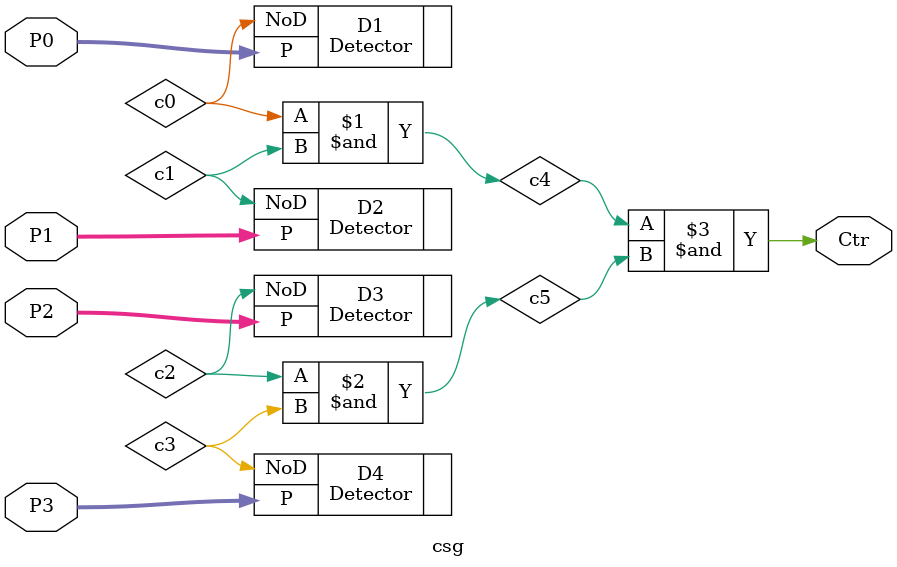
<source format=v>
`timescale 1ns / 1ps

// Control Signal Generator
module csg
  (
    input [7:0]P0,P1,P2,P3,
    output Ctr
  );
  
  wire c0,c1,c2,c3,c4,c5;
  
// Stage-1
  Detector D1(.NoD(c0),.P(P0));
  Detector D2(.NoD(c1),.P(P1));
  Detector D3(.NoD(c2),.P(P2));
  Detector D4(.NoD(c3),.P(P3));
  
// Stage-2
  and and_s2_1(c4,c0,c1);
  
  and and_s2_2(c5,c2,c3);
  
// Output
  and and_o(Ctr,c4,c5);
  
endmodule
</source>
